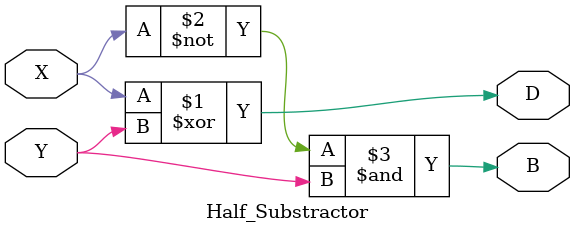
<source format=v>
module Half_Substractor(input X,input Y,output D,output B);
    assign D = X ^ Y;
    assign B = (~X) & Y;
endmodule
</source>
